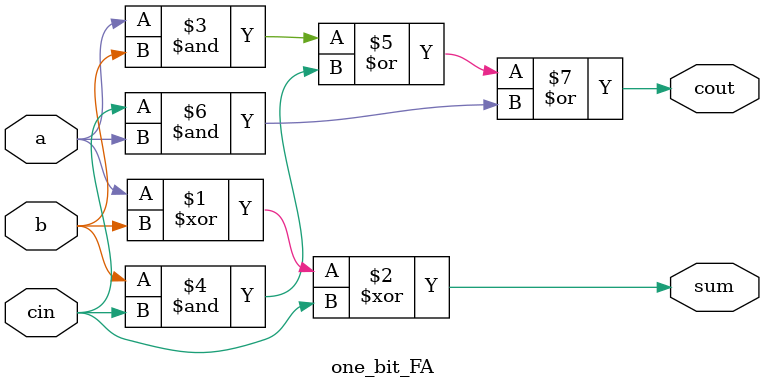
<source format=v>
module top_module( 
    input [99:0] a, b,
    input cin,
    output cout,
    output [99:0] sum );

    genvar i;
    wire [98:0]con_vect;
    one_bit_FA FA1(a[0],b[0],cin,con_vect[0],sum[0]);
    one_bit_FA FA2(a[99],b[99],con_vect[98],cout,sum[99]);
    
    generate
        for (i=1; i<99; i=i+1) begin : Full_adder_block
            one_bit_FA FA(a[i],b[i],con_vect[i-1],con_vect[i],sum[i]);
    end
    
      
    endgenerate
    
endmodule

module one_bit_FA(
    input a,b,
    input cin,
    output cout,sum);
	
    assign sum  = a^b^cin;
    assign cout = (a&b)|(b&cin)|(cin&a);
endmodule
</source>
